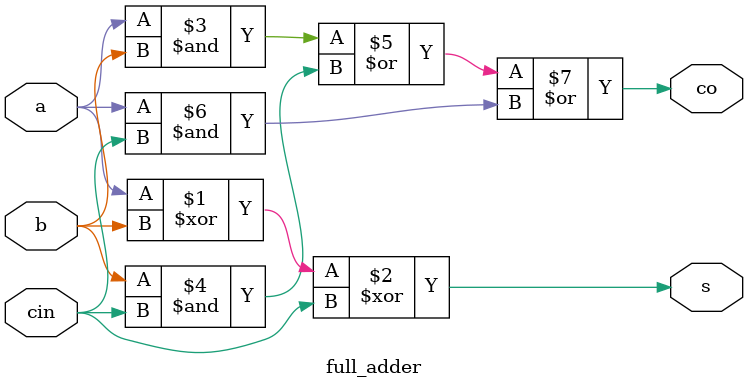
<source format=v>
module full_adder(s,co,a,b,cin);
output wire s,co;
input wire a,b,cin;
assign s = a^b^cin;
assign  co = (a&b)|(b&cin)|(a&cin);
endmodule


</source>
